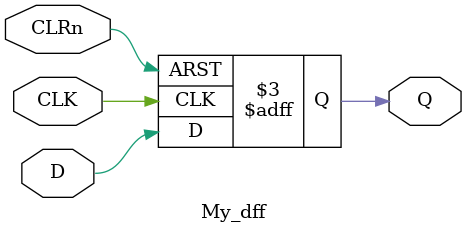
<source format=v>
module My_dff(D,Q,CLK,CLRn);
	input D,CLK,CLRn;
	output reg Q;
	
	always@(posedge CLK or negedge CLRn)
		if(!CLRn)
			Q <= 0;
		else
			Q <= D;
endmodule

</source>
